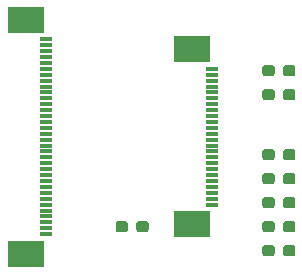
<source format=gbr>
%TF.GenerationSoftware,KiCad,Pcbnew,(5.1.6)-1*%
%TF.CreationDate,2020-05-23T23:32:43+08:00*%
%TF.ProjectId,ePap,65506170-2e6b-4696-9361-645f70636258,rev?*%
%TF.SameCoordinates,Original*%
%TF.FileFunction,Paste,Top*%
%TF.FilePolarity,Positive*%
%FSLAX46Y46*%
G04 Gerber Fmt 4.6, Leading zero omitted, Abs format (unit mm)*
G04 Created by KiCad (PCBNEW (5.1.6)-1) date 2020-05-23 23:32:43*
%MOMM*%
%LPD*%
G01*
G04 APERTURE LIST*
%ADD10R,1.100000X0.300000*%
%ADD11R,3.100000X2.300000*%
G04 APERTURE END LIST*
%TO.C,C1*%
G36*
G01*
X124669000Y-107425500D02*
X124669000Y-106950500D01*
G75*
G02*
X124906500Y-106713000I237500J0D01*
G01*
X125481500Y-106713000D01*
G75*
G02*
X125719000Y-106950500I0J-237500D01*
G01*
X125719000Y-107425500D01*
G75*
G02*
X125481500Y-107663000I-237500J0D01*
G01*
X124906500Y-107663000D01*
G75*
G02*
X124669000Y-107425500I0J237500D01*
G01*
G37*
G36*
G01*
X122919000Y-107425500D02*
X122919000Y-106950500D01*
G75*
G02*
X123156500Y-106713000I237500J0D01*
G01*
X123731500Y-106713000D01*
G75*
G02*
X123969000Y-106950500I0J-237500D01*
G01*
X123969000Y-107425500D01*
G75*
G02*
X123731500Y-107663000I-237500J0D01*
G01*
X123156500Y-107663000D01*
G75*
G02*
X122919000Y-107425500I0J237500D01*
G01*
G37*
%TD*%
%TO.C,C2*%
G36*
G01*
X124669000Y-99297500D02*
X124669000Y-98822500D01*
G75*
G02*
X124906500Y-98585000I237500J0D01*
G01*
X125481500Y-98585000D01*
G75*
G02*
X125719000Y-98822500I0J-237500D01*
G01*
X125719000Y-99297500D01*
G75*
G02*
X125481500Y-99535000I-237500J0D01*
G01*
X124906500Y-99535000D01*
G75*
G02*
X124669000Y-99297500I0J237500D01*
G01*
G37*
G36*
G01*
X122919000Y-99297500D02*
X122919000Y-98822500D01*
G75*
G02*
X123156500Y-98585000I237500J0D01*
G01*
X123731500Y-98585000D01*
G75*
G02*
X123969000Y-98822500I0J-237500D01*
G01*
X123969000Y-99297500D01*
G75*
G02*
X123731500Y-99535000I-237500J0D01*
G01*
X123156500Y-99535000D01*
G75*
G02*
X122919000Y-99297500I0J237500D01*
G01*
G37*
%TD*%
%TO.C,C3*%
G36*
G01*
X124669000Y-92185500D02*
X124669000Y-91710500D01*
G75*
G02*
X124906500Y-91473000I237500J0D01*
G01*
X125481500Y-91473000D01*
G75*
G02*
X125719000Y-91710500I0J-237500D01*
G01*
X125719000Y-92185500D01*
G75*
G02*
X125481500Y-92423000I-237500J0D01*
G01*
X124906500Y-92423000D01*
G75*
G02*
X124669000Y-92185500I0J237500D01*
G01*
G37*
G36*
G01*
X122919000Y-92185500D02*
X122919000Y-91710500D01*
G75*
G02*
X123156500Y-91473000I237500J0D01*
G01*
X123731500Y-91473000D01*
G75*
G02*
X123969000Y-91710500I0J-237500D01*
G01*
X123969000Y-92185500D01*
G75*
G02*
X123731500Y-92423000I-237500J0D01*
G01*
X123156500Y-92423000D01*
G75*
G02*
X122919000Y-92185500I0J237500D01*
G01*
G37*
%TD*%
%TO.C,C4*%
G36*
G01*
X110501000Y-105393500D02*
X110501000Y-104918500D01*
G75*
G02*
X110738500Y-104681000I237500J0D01*
G01*
X111313500Y-104681000D01*
G75*
G02*
X111551000Y-104918500I0J-237500D01*
G01*
X111551000Y-105393500D01*
G75*
G02*
X111313500Y-105631000I-237500J0D01*
G01*
X110738500Y-105631000D01*
G75*
G02*
X110501000Y-105393500I0J237500D01*
G01*
G37*
G36*
G01*
X112251000Y-105393500D02*
X112251000Y-104918500D01*
G75*
G02*
X112488500Y-104681000I237500J0D01*
G01*
X113063500Y-104681000D01*
G75*
G02*
X113301000Y-104918500I0J-237500D01*
G01*
X113301000Y-105393500D01*
G75*
G02*
X113063500Y-105631000I-237500J0D01*
G01*
X112488500Y-105631000D01*
G75*
G02*
X112251000Y-105393500I0J237500D01*
G01*
G37*
%TD*%
%TO.C,C5*%
G36*
G01*
X124669000Y-105393500D02*
X124669000Y-104918500D01*
G75*
G02*
X124906500Y-104681000I237500J0D01*
G01*
X125481500Y-104681000D01*
G75*
G02*
X125719000Y-104918500I0J-237500D01*
G01*
X125719000Y-105393500D01*
G75*
G02*
X125481500Y-105631000I-237500J0D01*
G01*
X124906500Y-105631000D01*
G75*
G02*
X124669000Y-105393500I0J237500D01*
G01*
G37*
G36*
G01*
X122919000Y-105393500D02*
X122919000Y-104918500D01*
G75*
G02*
X123156500Y-104681000I237500J0D01*
G01*
X123731500Y-104681000D01*
G75*
G02*
X123969000Y-104918500I0J-237500D01*
G01*
X123969000Y-105393500D01*
G75*
G02*
X123731500Y-105631000I-237500J0D01*
G01*
X123156500Y-105631000D01*
G75*
G02*
X122919000Y-105393500I0J237500D01*
G01*
G37*
%TD*%
%TO.C,C6*%
G36*
G01*
X122919000Y-94217500D02*
X122919000Y-93742500D01*
G75*
G02*
X123156500Y-93505000I237500J0D01*
G01*
X123731500Y-93505000D01*
G75*
G02*
X123969000Y-93742500I0J-237500D01*
G01*
X123969000Y-94217500D01*
G75*
G02*
X123731500Y-94455000I-237500J0D01*
G01*
X123156500Y-94455000D01*
G75*
G02*
X122919000Y-94217500I0J237500D01*
G01*
G37*
G36*
G01*
X124669000Y-94217500D02*
X124669000Y-93742500D01*
G75*
G02*
X124906500Y-93505000I237500J0D01*
G01*
X125481500Y-93505000D01*
G75*
G02*
X125719000Y-93742500I0J-237500D01*
G01*
X125719000Y-94217500D01*
G75*
G02*
X125481500Y-94455000I-237500J0D01*
G01*
X124906500Y-94455000D01*
G75*
G02*
X124669000Y-94217500I0J237500D01*
G01*
G37*
%TD*%
%TO.C,C7*%
G36*
G01*
X122919000Y-103361500D02*
X122919000Y-102886500D01*
G75*
G02*
X123156500Y-102649000I237500J0D01*
G01*
X123731500Y-102649000D01*
G75*
G02*
X123969000Y-102886500I0J-237500D01*
G01*
X123969000Y-103361500D01*
G75*
G02*
X123731500Y-103599000I-237500J0D01*
G01*
X123156500Y-103599000D01*
G75*
G02*
X122919000Y-103361500I0J237500D01*
G01*
G37*
G36*
G01*
X124669000Y-103361500D02*
X124669000Y-102886500D01*
G75*
G02*
X124906500Y-102649000I237500J0D01*
G01*
X125481500Y-102649000D01*
G75*
G02*
X125719000Y-102886500I0J-237500D01*
G01*
X125719000Y-103361500D01*
G75*
G02*
X125481500Y-103599000I-237500J0D01*
G01*
X124906500Y-103599000D01*
G75*
G02*
X124669000Y-103361500I0J237500D01*
G01*
G37*
%TD*%
%TO.C,C8*%
G36*
G01*
X122919000Y-101329500D02*
X122919000Y-100854500D01*
G75*
G02*
X123156500Y-100617000I237500J0D01*
G01*
X123731500Y-100617000D01*
G75*
G02*
X123969000Y-100854500I0J-237500D01*
G01*
X123969000Y-101329500D01*
G75*
G02*
X123731500Y-101567000I-237500J0D01*
G01*
X123156500Y-101567000D01*
G75*
G02*
X122919000Y-101329500I0J237500D01*
G01*
G37*
G36*
G01*
X124669000Y-101329500D02*
X124669000Y-100854500D01*
G75*
G02*
X124906500Y-100617000I237500J0D01*
G01*
X125481500Y-100617000D01*
G75*
G02*
X125719000Y-100854500I0J-237500D01*
G01*
X125719000Y-101329500D01*
G75*
G02*
X125481500Y-101567000I-237500J0D01*
G01*
X124906500Y-101567000D01*
G75*
G02*
X124669000Y-101329500I0J237500D01*
G01*
G37*
%TD*%
D10*
%TO.C,J5*%
X118698000Y-91786000D03*
X118698000Y-92286000D03*
X118698000Y-92786000D03*
X118698000Y-93286000D03*
X118698000Y-93786000D03*
X118698000Y-94286000D03*
X118698000Y-94786000D03*
X118698000Y-95286000D03*
X118698000Y-95786000D03*
X118698000Y-96286000D03*
X118698000Y-96786000D03*
X118698000Y-97286000D03*
X118698000Y-97786000D03*
X118698000Y-98286000D03*
X118698000Y-98786000D03*
X118698000Y-99286000D03*
X118698000Y-99786000D03*
X118698000Y-100286000D03*
X118698000Y-100786000D03*
X118698000Y-101286000D03*
X118698000Y-101786000D03*
X118698000Y-102286000D03*
X118698000Y-102786000D03*
X118698000Y-103286000D03*
D11*
X116998000Y-90116000D03*
X116998000Y-104956000D03*
%TD*%
%TO.C,J6*%
X102870000Y-107456000D03*
X102870000Y-87616000D03*
D10*
X104570000Y-105786000D03*
X104570000Y-105286000D03*
X104570000Y-104786000D03*
X104570000Y-104286000D03*
X104570000Y-103786000D03*
X104570000Y-103286000D03*
X104570000Y-102786000D03*
X104570000Y-102286000D03*
X104570000Y-101786000D03*
X104570000Y-101286000D03*
X104570000Y-100786000D03*
X104570000Y-100286000D03*
X104570000Y-99786000D03*
X104570000Y-99286000D03*
X104570000Y-98786000D03*
X104570000Y-98286000D03*
X104570000Y-97786000D03*
X104570000Y-97286000D03*
X104570000Y-96786000D03*
X104570000Y-96286000D03*
X104570000Y-95786000D03*
X104570000Y-95286000D03*
X104570000Y-94786000D03*
X104570000Y-94286000D03*
X104570000Y-93786000D03*
X104570000Y-93286000D03*
X104570000Y-92786000D03*
X104570000Y-92286000D03*
X104570000Y-91786000D03*
X104570000Y-91286000D03*
X104570000Y-90786000D03*
X104570000Y-90286000D03*
X104570000Y-89786000D03*
X104570000Y-89286000D03*
%TD*%
M02*

</source>
